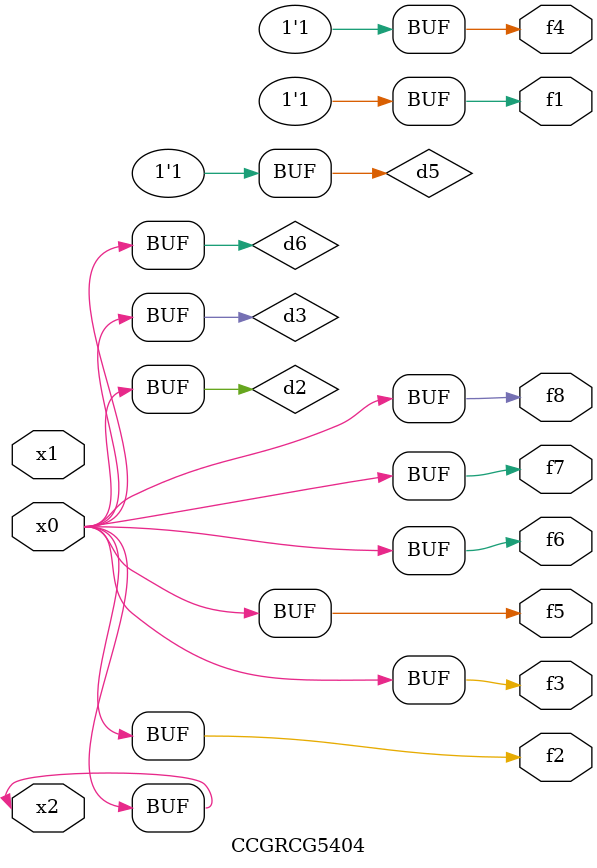
<source format=v>
module CCGRCG5404(
	input x0, x1, x2,
	output f1, f2, f3, f4, f5, f6, f7, f8
);

	wire d1, d2, d3, d4, d5, d6;

	xnor (d1, x2);
	buf (d2, x0, x2);
	and (d3, x0);
	xnor (d4, x1, x2);
	nand (d5, d1, d3);
	buf (d6, d2, d3);
	assign f1 = d5;
	assign f2 = d6;
	assign f3 = d6;
	assign f4 = d5;
	assign f5 = d6;
	assign f6 = d6;
	assign f7 = d6;
	assign f8 = d6;
endmodule

</source>
